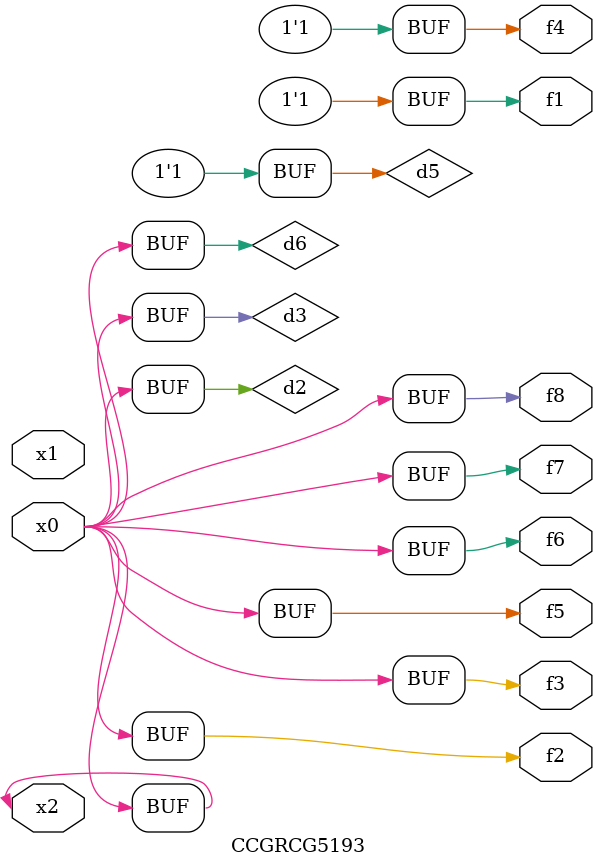
<source format=v>
module CCGRCG5193(
	input x0, x1, x2,
	output f1, f2, f3, f4, f5, f6, f7, f8
);

	wire d1, d2, d3, d4, d5, d6;

	xnor (d1, x2);
	buf (d2, x0, x2);
	and (d3, x0);
	xnor (d4, x1, x2);
	nand (d5, d1, d3);
	buf (d6, d2, d3);
	assign f1 = d5;
	assign f2 = d6;
	assign f3 = d6;
	assign f4 = d5;
	assign f5 = d6;
	assign f6 = d6;
	assign f7 = d6;
	assign f8 = d6;
endmodule

</source>
